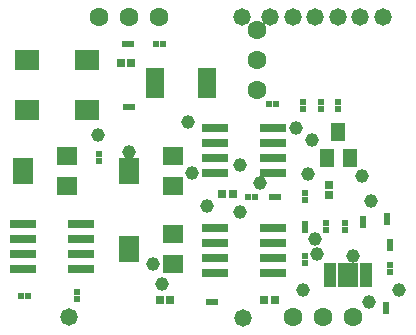
<source format=gts>
G04 Layer_Color=8388736*
%FSLAX24Y24*%
%MOIN*%
G70*
G01*
G75*
%ADD31R,0.0710X0.0592*%
%ADD32R,0.0710X0.0867*%
%ADD33R,0.0214X0.0222*%
%ADD34R,0.0293X0.0316*%
%ADD35R,0.0860X0.0290*%
%ADD36R,0.0788X0.0709*%
%ADD37R,0.0600X0.0190*%
%ADD38R,0.0316X0.0293*%
%ADD39R,0.0400X0.0200*%
%ADD40R,0.0710X0.0820*%
%ADD41R,0.0222X0.0214*%
%ADD42R,0.0474X0.0631*%
%ADD43C,0.0630*%
%ADD44C,0.0580*%
%ADD45C,0.0460*%
D31*
X-8793Y3000D02*
D03*
Y4000D02*
D03*
X-8787Y5600D02*
D03*
Y6600D02*
D03*
X-12315Y5600D02*
D03*
Y6600D02*
D03*
D32*
X-10250Y3500D02*
D03*
X-10243Y6100D02*
D03*
X-13772D02*
D03*
D33*
X-5280Y5250D02*
D03*
X-5500D02*
D03*
X-10143Y8250D02*
D03*
X-10364D02*
D03*
X-7593Y1750D02*
D03*
X-7373D02*
D03*
X-10173Y10350D02*
D03*
X-10393D02*
D03*
X-5570Y8350D02*
D03*
X-5350D02*
D03*
X-9123Y10350D02*
D03*
X-9343D02*
D03*
X-6270Y5250D02*
D03*
X-6050D02*
D03*
X-13850Y1950D02*
D03*
X-13630D02*
D03*
D34*
X-6800Y5350D02*
D03*
X-7139D02*
D03*
X-10174Y9720D02*
D03*
X-10513D02*
D03*
X-8874Y1800D02*
D03*
X-9213D02*
D03*
X-5739D02*
D03*
X-5400D02*
D03*
D35*
X-5453Y4200D02*
D03*
Y3700D02*
D03*
Y3200D02*
D03*
Y2700D02*
D03*
X-7393D02*
D03*
Y3200D02*
D03*
Y3700D02*
D03*
Y4200D02*
D03*
X-5443Y7550D02*
D03*
Y7050D02*
D03*
Y6550D02*
D03*
Y6050D02*
D03*
X-7383D02*
D03*
Y6550D02*
D03*
Y7050D02*
D03*
Y7550D02*
D03*
X-11853Y4350D02*
D03*
Y3850D02*
D03*
Y3350D02*
D03*
Y2850D02*
D03*
X-13793D02*
D03*
Y3350D02*
D03*
Y3850D02*
D03*
Y4350D02*
D03*
D36*
X-11643Y8147D02*
D03*
X-13643Y9800D02*
D03*
Y8147D02*
D03*
X-11643Y9800D02*
D03*
D37*
X-7668Y9444D02*
D03*
Y9247D02*
D03*
Y9050D02*
D03*
Y8853D02*
D03*
Y8656D02*
D03*
X-9400D02*
D03*
Y8853D02*
D03*
Y9050D02*
D03*
Y9247D02*
D03*
Y9444D02*
D03*
D38*
X-3600Y5311D02*
D03*
Y5650D02*
D03*
D39*
X-3543Y2950D02*
D03*
Y2750D02*
D03*
Y2550D02*
D03*
Y2350D02*
D03*
X-2343D02*
D03*
Y2550D02*
D03*
Y2750D02*
D03*
Y2950D02*
D03*
D40*
X-2943Y2650D02*
D03*
D41*
X-1643Y4620D02*
D03*
Y4400D02*
D03*
X-1700Y1430D02*
D03*
Y1650D02*
D03*
X-4450Y8180D02*
D03*
Y8400D02*
D03*
X-11243Y6670D02*
D03*
Y6450D02*
D03*
X-3293Y8400D02*
D03*
Y8180D02*
D03*
X-3850D02*
D03*
Y8400D02*
D03*
X-12000Y1850D02*
D03*
Y2070D02*
D03*
X-4393Y4350D02*
D03*
Y4130D02*
D03*
Y5150D02*
D03*
Y5370D02*
D03*
X-3043Y4150D02*
D03*
Y4370D02*
D03*
X-1550Y3750D02*
D03*
Y3530D02*
D03*
X-4393Y3270D02*
D03*
Y3050D02*
D03*
X-2450Y4300D02*
D03*
Y4520D02*
D03*
X-3693Y4370D02*
D03*
Y4150D02*
D03*
X-1550Y2970D02*
D03*
Y2750D02*
D03*
D42*
X-3648Y6550D02*
D03*
X-2900D02*
D03*
X-3274Y7416D02*
D03*
D43*
X-2800Y1250D02*
D03*
X-4800D02*
D03*
X-3800D02*
D03*
X-6000Y9800D02*
D03*
X-11250Y11250D02*
D03*
X-10250D02*
D03*
X-6000Y10800D02*
D03*
Y8800D02*
D03*
X-9250Y11250D02*
D03*
D44*
X-6500D02*
D03*
X-6450Y1200D02*
D03*
X-5550Y11250D02*
D03*
X-4800D02*
D03*
X-4050D02*
D03*
X-12250Y1250D02*
D03*
X-2550Y11250D02*
D03*
X-3300D02*
D03*
X-1800D02*
D03*
D45*
X-2250Y1750D02*
D03*
X-1250Y2150D02*
D03*
X-6550Y4750D02*
D03*
X-7650Y4950D02*
D03*
X-9450Y3000D02*
D03*
X-2200Y5100D02*
D03*
X-2480Y5960D02*
D03*
X-4150Y7150D02*
D03*
X-4300Y6000D02*
D03*
X-8300Y7750D02*
D03*
X-4450Y2150D02*
D03*
X-11300Y7300D02*
D03*
X-6550Y6300D02*
D03*
X-5890Y5700D02*
D03*
X-4050Y3850D02*
D03*
X-4000Y3350D02*
D03*
X-2780Y3270D02*
D03*
X-9145Y2345D02*
D03*
X-10243Y6760D02*
D03*
X-8140Y6050D02*
D03*
X-4690Y7550D02*
D03*
M02*

</source>
